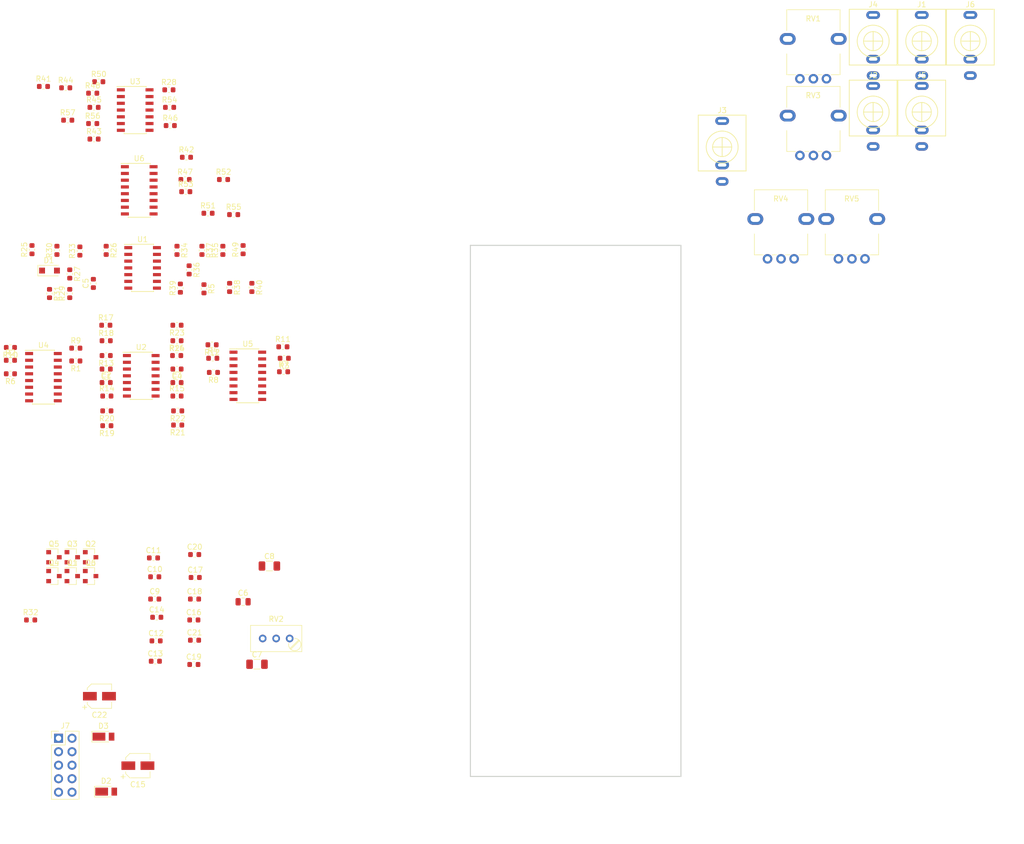
<source format=kicad_pcb>
(kicad_pcb (version 20171130) (host pcbnew "(5.0.1-3-g963ef8bb5)")
  (layers (0 F.Cu signal) (31 B.Cu signal) (34 B.Paste user) (35 F.Paste user) (36 B.SilkS user) (37 F.SilkS user) (38 B.Mask user) (39 F.Mask user) (44 Edge.Cuts user))
  (net 0 "")
  (net 1 "Net-(R46-Pad2)")
  (net 2 "Net-(R46-Pad1)")
  (net 3 +12V)
  (net 4 "Net-(R45-Pad2)")
  (net 5 "Net-(D1-Pad1)")
  (net 6 "Net-(C5-Pad1)")
  (net 7 "Net-(R28-Pad1)")
  (net 8 -12V)
  (net 9 "Net-(R56-Pad1)")
  (net 10 "Net-(R51-Pad2)")
  (net 11 "Net-(R54-Pad1)")
  (net 12 "Net-(R53-Pad2)")
  (net 13 "Net-(R47-Pad1)")
  (net 14 "Net-(R13-Pad2)")
  (net 15 "Net-(R43-Pad2)")
  (net 16 "Net-(R44-Pad1)")
  (net 17 "Net-(R34-Pad1)")
  (net 18 "Net-(R41-Pad1)")
  (net 19 "Net-(R48-Pad2)")
  (net 20 "Net-(R25-Pad1)")
  (net 21 "Net-(J1-PadT)")
  (net 22 "Net-(R42-Pad2)")
  (net 23 "Net-(R42-Pad1)")
  (net 24 "Net-(J6-PadT)")
  (net 25 "Net-(C8-Pad1)")
  (net 26 "Net-(R38-Pad1)")
  (net 27 "Net-(R39-Pad1)")
  (net 28 "Net-(C7-Pad1)")
  (net 29 "Net-(R34-Pad2)")
  (net 30 "Net-(C6-Pad1)")
  (net 31 "Net-(J3-PadT)")
  (net 32 "Net-(J2-PadT)")
  (net 33 "Net-(R32-Pad1)")
  (net 34 "Net-(R3-Pad2)")
  (net 35 "Net-(R15-Pad2)")
  (net 36 "Net-(R16-Pad2)")
  (net 37 "Net-(R15-Pad1)")
  (net 38 "Net-(C5-Pad2)")
  (net 39 "Net-(R26-Pad1)")
  (net 40 "Net-(R25-Pad2)")
  (net 41 "Net-(R1-Pad2)")
  (net 42 "Net-(R2-Pad2)")
  (net 43 "Net-(R4-Pad2)")
  (net 44 "Net-(R13-Pad1)")
  (net 45 "Net-(R14-Pad2)")
  (net 46 "Net-(R14-Pad1)")
  (net 47 "Net-(C6-Pad2)")
  (net 48 "Net-(Q4-Pad3)")
  (net 49 "Net-(R12-Pad1)")
  (net 50 "Net-(R11-Pad1)")
  (net 51 "Net-(Q3-Pad3)")
  (net 52 "Net-(Q2-Pad3)")
  (net 53 "Net-(R10-Pad1)")
  (net 54 "Net-(R9-Pad1)")
  (net 55 "Net-(Q1-Pad3)")
  (net 56 "Net-(Q5-Pad1)")
  (net 57 "Net-(D2-Pad2)")
  (net 58 "Net-(D3-Pad1)")
  (net 59 "Net-(C3-Pad1)")
  (net 60 "Net-(U5-Pad10)")
  (net 61 "Net-(U5-Pad9)")
  (net 62 "Net-(U5-Pad8)")
  (net 63 "Net-(U5-Pad7)")
  (net 64 "Net-(C4-Pad1)")
  (net 65 "Net-(U6-Pad1)")
  (net 66 "Net-(U6-Pad2)")
  (net 67 "Net-(U6-Pad5)")
  (net 68 "Net-(U6-Pad7)")
  (net 69 "Net-(U6-Pad8)")
  (net 70 "Net-(U6-Pad15)")
  (net 71 "Net-(C1-Pad1)")
  (net 72 "Net-(U4-Pad10)")
  (net 73 "Net-(U4-Pad9)")
  (net 74 "Net-(U4-Pad8)")
  (net 75 "Net-(U4-Pad7)")
  (net 76 "Net-(C2-Pad1)")
  (net 77 "Net-(U3-Pad13)")
  (net 78 GND)
  (net 79 "Net-(C7-Pad2)")
  (net 80 "Net-(C8-Pad2)")
  (net 81 "Net-(J3-PadTN)")
  (net 82 "Net-(J4-PadT)")
  (net 83 "Net-(J5-PadT)")
  (net 84 "Net-(D1-Pad2)")
  (net 85 "Net-(Q1-Pad2)")
  (module Capacitor_SMD:C_0603_1608Metric (layer F.Cu) (at 39.37 86.614 180)
    (fp_text reference C1 (at 0 -1.43 180) (layer F.SilkS))
    (fp_text value 100p)
    (pad 2 smd roundrect (at 0.7875 0 180) (size 0.875 0.95) (layers F.Cu F.Paste F.Mask) (net 78 GND))
    (pad 1 smd roundrect (at -0.7875 0 180) (size 0.875 0.95) (layers F.Cu F.Paste F.Mask) (net 71 "Net-(C1-Pad1)"))
  )
  (module Capacitor_SMD:C_0603_1608Metric (layer F.Cu) (at 39.37 89.154)
    (fp_text reference C2 (at 0 -1.43) (layer F.SilkS))
    (fp_text value 100p)
    (pad 2 smd roundrect (at 0.7875 0) (size 0.875 0.95) (layers F.Cu F.Paste F.Mask) (net 78 GND))
    (pad 1 smd roundrect (at -0.7875 0) (size 0.875 0.95) (layers F.Cu F.Paste F.Mask) (net 76 "Net-(C2-Pad1)"))
  )
  (module Capacitor_SMD:C_0603_1608Metric (layer F.Cu) (at 52.705 89.154)
    (fp_text reference C3 (at 0 -1.43) (layer F.SilkS))
    (fp_text value 100p)
    (pad 2 smd roundrect (at 0.7875 0) (size 0.875 0.95) (layers F.Cu F.Paste F.Mask) (net 78 GND))
    (pad 1 smd roundrect (at -0.7875 0) (size 0.875 0.95) (layers F.Cu F.Paste F.Mask) (net 59 "Net-(C3-Pad1)"))
  )
  (module Capacitor_SMD:C_0603_1608Metric (layer F.Cu) (at 52.705 86.614 180)
    (fp_text reference C4 (at 0 -1.43 180) (layer F.SilkS))
    (fp_text value 100p)
    (pad 2 smd roundrect (at 0.7875 0 180) (size 0.875 0.95) (layers F.Cu F.Paste F.Mask) (net 78 GND))
    (pad 1 smd roundrect (at -0.7875 0 180) (size 0.875 0.95) (layers F.Cu F.Paste F.Mask) (net 64 "Net-(C4-Pad1)"))
  )
  (module Capacitor_SMD:C_0603_1608Metric (layer F.Cu) (at 36.957 70.485 90)
    (fp_text reference C5 (at 0 -1.43 90) (layer F.SilkS))
    (fp_text value 100p)
    (pad 2 smd roundrect (at 0.7875 0 90) (size 0.875 0.95) (layers F.Cu F.Paste F.Mask) (net 38 "Net-(C5-Pad2)"))
    (pad 1 smd roundrect (at -0.7875 0 90) (size 0.875 0.95) (layers F.Cu F.Paste F.Mask) (net 6 "Net-(C5-Pad1)"))
  )
  (module Capacitor_SMD:C_0603_1608Metric (layer F.Cu) (at 48.514 129.921)
    (fp_text reference C9 (at 0 -1.43) (layer F.SilkS))
    (fp_text value 100n)
    (pad 2 smd roundrect (at 0.7875 0) (size 0.875 0.95) (layers F.Cu F.Paste F.Mask) (net 78 GND))
    (pad 1 smd roundrect (at -0.7875 0) (size 0.875 0.95) (layers F.Cu F.Paste F.Mask) (net 3 +12V))
  )
  (module Capacitor_SMD:C_0603_1608Metric (layer F.Cu) (at 48.514 125.73)
    (fp_text reference C10 (at 0 -1.43) (layer F.SilkS))
    (fp_text value 100n)
    (pad 2 smd roundrect (at 0.7875 0) (size 0.875 0.95) (layers F.Cu F.Paste F.Mask) (net 78 GND))
    (pad 1 smd roundrect (at -0.7875 0) (size 0.875 0.95) (layers F.Cu F.Paste F.Mask) (net 3 +12V))
  )
  (module Capacitor_SMD:C_0603_1608Metric (layer F.Cu) (at 48.276 122.174)
    (fp_text reference C11 (at 0 -1.43) (layer F.SilkS))
    (fp_text value 100n)
    (pad 2 smd roundrect (at 0.7875 0) (size 0.875 0.95) (layers F.Cu F.Paste F.Mask) (net 78 GND))
    (pad 1 smd roundrect (at -0.7875 0) (size 0.875 0.95) (layers F.Cu F.Paste F.Mask) (net 3 +12V))
  )
  (module Capacitor_SMD:C_0603_1608Metric (layer F.Cu) (at 48.768 137.795)
    (fp_text reference C12 (at 0 -1.43) (layer F.SilkS))
    (fp_text value 100n)
    (pad 2 smd roundrect (at 0.7875 0) (size 0.875 0.95) (layers F.Cu F.Paste F.Mask) (net 78 GND))
    (pad 1 smd roundrect (at -0.7875 0) (size 0.875 0.95) (layers F.Cu F.Paste F.Mask) (net 3 +12V))
  )
  (module Capacitor_SMD:C_0603_1608Metric (layer F.Cu) (at 48.626001 141.626001)
    (fp_text reference C13 (at 0 -1.43) (layer F.SilkS))
    (fp_text value 100n)
    (pad 2 smd roundrect (at 0.7875 0) (size 0.875 0.95) (layers F.Cu F.Paste F.Mask) (net 78 GND))
    (pad 1 smd roundrect (at -0.7875 0) (size 0.875 0.95) (layers F.Cu F.Paste F.Mask) (net 3 +12V))
  )
  (module Capacitor_SMD:C_0603_1608Metric (layer F.Cu) (at 48.895 133.35)
    (fp_text reference C14 (at 0 -1.43) (layer F.SilkS))
    (fp_text value 100n)
    (pad 2 smd roundrect (at 0.7875 0) (size 0.875 0.95) (layers F.Cu F.Paste F.Mask) (net 78 GND))
    (pad 1 smd roundrect (at -0.7875 0) (size 0.875 0.95) (layers F.Cu F.Paste F.Mask) (net 3 +12V))
  )
  (module Capacitor_SMD:C_0603_1608Metric (layer F.Cu) (at 55.88 133.858)
    (fp_text reference C16 (at 0 -1.43) (layer F.SilkS))
    (fp_text value 100n)
    (pad 2 smd roundrect (at 0.7875 0) (size 0.875 0.95) (layers F.Cu F.Paste F.Mask) (net 8 -12V))
    (pad 1 smd roundrect (at -0.7875 0) (size 0.875 0.95) (layers F.Cu F.Paste F.Mask) (net 78 GND))
  )
  (module Capacitor_SMD:C_0603_1608Metric (layer F.Cu) (at 56.134 125.857)
    (fp_text reference C17 (at 0 -1.43) (layer F.SilkS))
    (fp_text value 100n)
    (pad 2 smd roundrect (at 0.7875 0) (size 0.875 0.95) (layers F.Cu F.Paste F.Mask) (net 8 -12V))
    (pad 1 smd roundrect (at -0.7875 0) (size 0.875 0.95) (layers F.Cu F.Paste F.Mask) (net 78 GND))
  )
  (module Capacitor_SMD:C_0603_1608Metric (layer F.Cu) (at 56.007 129.921)
    (fp_text reference C18 (at 0 -1.43) (layer F.SilkS))
    (fp_text value 100n)
    (pad 2 smd roundrect (at 0.7875 0) (size 0.875 0.95) (layers F.Cu F.Paste F.Mask) (net 8 -12V))
    (pad 1 smd roundrect (at -0.7875 0) (size 0.875 0.95) (layers F.Cu F.Paste F.Mask) (net 78 GND))
  )
  (module Capacitor_SMD:C_0603_1608Metric (layer F.Cu) (at 55.88 142.24)
    (fp_text reference C19 (at 0 -1.43) (layer F.SilkS))
    (fp_text value 100n)
    (pad 2 smd roundrect (at 0.7875 0) (size 0.875 0.95) (layers F.Cu F.Paste F.Mask) (net 8 -12V))
    (pad 1 smd roundrect (at -0.7875 0) (size 0.875 0.95) (layers F.Cu F.Paste F.Mask) (net 78 GND))
  )
  (module Capacitor_SMD:C_0603_1608Metric (layer F.Cu) (at 56.0325 121.539)
    (fp_text reference C20 (at 0 -1.43) (layer F.SilkS))
    (fp_text value 100n)
    (pad 2 smd roundrect (at 0.7875 0) (size 0.875 0.95) (layers F.Cu F.Paste F.Mask) (net 8 -12V))
    (pad 1 smd roundrect (at -0.7875 0) (size 0.875 0.95) (layers F.Cu F.Paste F.Mask) (net 78 GND))
  )
  (module Capacitor_SMD:C_0603_1608Metric (layer F.Cu) (at 56.007 137.668)
    (fp_text reference C21 (at 0 -1.43) (layer F.SilkS))
    (fp_text value 100n)
    (pad 2 smd roundrect (at 0.7875 0) (size 0.875 0.95) (layers F.Cu F.Paste F.Mask) (net 8 -12V))
    (pad 1 smd roundrect (at -0.7875 0) (size 0.875 0.95) (layers F.Cu F.Paste F.Mask) (net 78 GND))
  )
  (module Capacitor_SMD:C_0805_2012Metric (layer F.Cu) (at 65.151 130.429)
    (fp_text reference C6 (at 0 -1.65) (layer F.SilkS))
    (fp_text value 100n)
    (pad 2 smd roundrect (at 0.9375 0) (size 0.975 1.4) (layers F.Cu F.Paste F.Mask) (net 47 "Net-(C6-Pad2)"))
    (pad 1 smd roundrect (at -0.9375 0) (size 0.975 1.4) (layers F.Cu F.Paste F.Mask) (net 30 "Net-(C6-Pad1)"))
  )
  (module Capacitor_SMD:C_1206_3216Metric (layer F.Cu) (at 67.769001 142.195001)
    (fp_text reference C7 (at 0 -1.82) (layer F.SilkS))
    (fp_text value 470n)
    (pad 2 smd roundrect (at 1.4 0) (size 1.25 1.75) (layers F.Cu F.Paste F.Mask) (roundrect_rratio 0.2) (net 79 "Net-(C7-Pad2)"))
    (pad 1 smd roundrect (at -1.4 0) (size 1.25 1.75) (layers F.Cu F.Paste F.Mask) (roundrect_rratio 0.2) (net 28 "Net-(C7-Pad1)"))
  )
  (module Capacitor_SMD:C_1206_3216Metric (layer F.Cu) (at 70.104 123.698)
    (fp_text reference C8 (at 0 -1.82) (layer F.SilkS))
    (fp_text value 470n)
    (pad 2 smd roundrect (at 1.4 0) (size 1.25 1.75) (layers F.Cu F.Paste F.Mask) (roundrect_rratio 0.2) (net 80 "Net-(C8-Pad2)"))
    (pad 1 smd roundrect (at -1.4 0) (size 1.25 1.75) (layers F.Cu F.Paste F.Mask) (roundrect_rratio 0.2) (net 25 "Net-(C8-Pad1)"))
  )
  (module Resistor_SMD:R_0603_1608Metric (layer F.Cu) (at 25.4 64.135 90)
    (fp_text reference R25 (at 0 -1.43 90) (layer F.SilkS))
    (fp_text value 100k)
    (pad 2 smd roundrect (at 0.7875 0 90) (size 0.875 0.95) (layers F.Cu F.Paste F.Mask) (net 40 "Net-(R25-Pad2)"))
    (pad 1 smd roundrect (at -0.7875 0 90) (size 0.875 0.95) (layers F.Cu F.Paste F.Mask) (net 20 "Net-(R25-Pad1)"))
  )
  (module Resistor_SMD:R_0603_1608Metric (layer F.Cu) (at 52.705 81.28 180)
    (fp_text reference R24 (at 0 -1.43 180) (layer F.SilkS))
    (fp_text value 100)
    (pad 2 smd roundrect (at 0.7875 0 180) (size 0.875 0.95) (layers F.Cu F.Paste F.Mask) (net 78 GND))
    (pad 1 smd roundrect (at -0.7875 0 180) (size 0.875 0.95) (layers F.Cu F.Paste F.Mask) (net 36 "Net-(R16-Pad2)"))
  )
  (module Resistor_SMD:R_0603_1608Metric (layer F.Cu) (at 52.705 78.359 180)
    (fp_text reference R23 (at 0 -1.43 180) (layer F.SilkS))
    (fp_text value 39k)
    (pad 2 smd roundrect (at 0.7875 0 180) (size 0.875 0.95) (layers F.Cu F.Paste F.Mask) (net 8 -12V))
    (pad 1 smd roundrect (at -0.7875 0 180) (size 0.875 0.95) (layers F.Cu F.Paste F.Mask) (net 36 "Net-(R16-Pad2)"))
  )
  (module Resistor_SMD:R_0603_1608Metric (layer F.Cu) (at 52.832 94.488 180)
    (fp_text reference R22 (at 0 -1.43 180) (layer F.SilkS))
    (fp_text value 100)
    (pad 2 smd roundrect (at 0.7875 0 180) (size 0.875 0.95) (layers F.Cu F.Paste F.Mask) (net 78 GND))
    (pad 1 smd roundrect (at -0.7875 0 180) (size 0.875 0.95) (layers F.Cu F.Paste F.Mask) (net 35 "Net-(R15-Pad2)"))
  )
  (module Resistor_SMD:R_0603_1608Metric (layer F.Cu) (at 52.832 97.155 180)
    (fp_text reference R21 (at 0 -1.43 180) (layer F.SilkS))
    (fp_text value 39k)
    (pad 2 smd roundrect (at 0.7875 0 180) (size 0.875 0.95) (layers F.Cu F.Paste F.Mask) (net 8 -12V))
    (pad 1 smd roundrect (at -0.7875 0 180) (size 0.875 0.95) (layers F.Cu F.Paste F.Mask) (net 35 "Net-(R15-Pad2)"))
  )
  (module Resistor_SMD:R_0603_1608Metric (layer F.Cu) (at 39.497 94.488 180)
    (fp_text reference R20 (at 0 -1.43 180) (layer F.SilkS))
    (fp_text value 100)
    (pad 2 smd roundrect (at 0.7875 0 180) (size 0.875 0.95) (layers F.Cu F.Paste F.Mask) (net 78 GND))
    (pad 1 smd roundrect (at -0.7875 0 180) (size 0.875 0.95) (layers F.Cu F.Paste F.Mask) (net 45 "Net-(R14-Pad2)"))
  )
  (module Resistor_SMD:R_0603_1608Metric (layer F.Cu) (at 39.497 97.282 180)
    (fp_text reference R19 (at 0 -1.43 180) (layer F.SilkS))
    (fp_text value 39k)
    (pad 2 smd roundrect (at 0.7875 0 180) (size 0.875 0.95) (layers F.Cu F.Paste F.Mask) (net 8 -12V))
    (pad 1 smd roundrect (at -0.7875 0 180) (size 0.875 0.95) (layers F.Cu F.Paste F.Mask) (net 45 "Net-(R14-Pad2)"))
  )
  (module Resistor_SMD:R_0603_1608Metric (layer F.Cu) (at 39.37 81.28)
    (fp_text reference R18 (at 0 -1.43) (layer F.SilkS))
    (fp_text value 100)
    (pad 2 smd roundrect (at 0.7875 0) (size 0.875 0.95) (layers F.Cu F.Paste F.Mask) (net 78 GND))
    (pad 1 smd roundrect (at -0.7875 0) (size 0.875 0.95) (layers F.Cu F.Paste F.Mask) (net 14 "Net-(R13-Pad2)"))
  )
  (module Resistor_SMD:R_0603_1608Metric (layer F.Cu) (at 39.304 78.359)
    (fp_text reference R17 (at 0 -1.43) (layer F.SilkS))
    (fp_text value 39k)
    (pad 2 smd roundrect (at 0.7875 0) (size 0.875 0.95) (layers F.Cu F.Paste F.Mask) (net 8 -12V))
    (pad 1 smd roundrect (at -0.7875 0) (size 0.875 0.95) (layers F.Cu F.Paste F.Mask) (net 14 "Net-(R13-Pad2)"))
  )
  (module Resistor_SMD:R_0603_1608Metric (layer F.Cu) (at 62.611 71.247 270)
    (fp_text reference R38 (at 0 -1.43 270) (layer F.SilkS))
    (fp_text value 100k)
    (pad 2 smd roundrect (at 0.7875 0 270) (size 0.875 0.95) (layers F.Cu F.Paste F.Mask) (net 28 "Net-(C7-Pad1)"))
    (pad 1 smd roundrect (at -0.7875 0 270) (size 0.875 0.95) (layers F.Cu F.Paste F.Mask) (net 26 "Net-(R38-Pad1)"))
  )
  (module Resistor_SMD:R_0603_1608Metric (layer F.Cu) (at 52.705 91.694)
    (fp_text reference R15 (at 0 -1.43) (layer F.SilkS))
    (fp_text value 100k)
    (pad 2 smd roundrect (at 0.7875 0) (size 0.875 0.95) (layers F.Cu F.Paste F.Mask) (net 35 "Net-(R15-Pad2)"))
    (pad 1 smd roundrect (at -0.7875 0) (size 0.875 0.95) (layers F.Cu F.Paste F.Mask) (net 37 "Net-(R15-Pad1)"))
  )
  (module Resistor_SMD:R_0603_1608Metric (layer F.Cu) (at 39.497 91.694)
    (fp_text reference R14 (at 0 -1.43) (layer F.SilkS))
    (fp_text value 100k)
    (pad 2 smd roundrect (at 0.7875 0) (size 0.875 0.95) (layers F.Cu F.Paste F.Mask) (net 45 "Net-(R14-Pad2)"))
    (pad 1 smd roundrect (at -0.7875 0) (size 0.875 0.95) (layers F.Cu F.Paste F.Mask) (net 46 "Net-(R14-Pad1)"))
  )
  (module Resistor_SMD:R_0603_1608Metric (layer F.Cu) (at 39.37 84.074 180)
    (fp_text reference R13 (at 0 -1.43 180) (layer F.SilkS))
    (fp_text value 100k)
    (pad 2 smd roundrect (at 0.7875 0 180) (size 0.875 0.95) (layers F.Cu F.Paste F.Mask) (net 14 "Net-(R13-Pad2)"))
    (pad 1 smd roundrect (at -0.7875 0 180) (size 0.875 0.95) (layers F.Cu F.Paste F.Mask) (net 44 "Net-(R13-Pad1)"))
  )
  (module Resistor_SMD:R_0603_1608Metric (layer F.Cu) (at 59.309 82.042 180)
    (fp_text reference R12 (at 0 -1.43 180) (layer F.SilkS))
    (fp_text value 10k)
    (pad 2 smd roundrect (at 0.7875 0 180) (size 0.875 0.95) (layers F.Cu F.Paste F.Mask) (net 48 "Net-(Q4-Pad3)"))
    (pad 1 smd roundrect (at -0.7875 0 180) (size 0.875 0.95) (layers F.Cu F.Paste F.Mask) (net 49 "Net-(R12-Pad1)"))
  )
  (module Resistor_SMD:R_0603_1608Metric (layer F.Cu) (at 72.644 82.423)
    (fp_text reference R11 (at 0 -1.43) (layer F.SilkS))
    (fp_text value 10k)
    (pad 2 smd roundrect (at 0.7875 0) (size 0.875 0.95) (layers F.Cu F.Paste F.Mask) (net 51 "Net-(Q3-Pad3)"))
    (pad 1 smd roundrect (at -0.7875 0) (size 0.875 0.95) (layers F.Cu F.Paste F.Mask) (net 50 "Net-(R11-Pad1)"))
  )
  (module Resistor_SMD:R_0603_1608Metric (layer F.Cu) (at 21.336 82.55 180)
    (fp_text reference R10 (at 0 -1.43 180) (layer F.SilkS))
    (fp_text value 10k)
    (pad 2 smd roundrect (at 0.7875 0 180) (size 0.875 0.95) (layers F.Cu F.Paste F.Mask) (net 52 "Net-(Q2-Pad3)"))
    (pad 1 smd roundrect (at -0.7875 0 180) (size 0.875 0.95) (layers F.Cu F.Paste F.Mask) (net 53 "Net-(R10-Pad1)"))
  )
  (module Resistor_SMD:R_0603_1608Metric (layer F.Cu) (at 33.655 82.677)
    (fp_text reference R9 (at 0 -1.43) (layer F.SilkS))
    (fp_text value 10k)
    (pad 2 smd roundrect (at 0.7875 0) (size 0.875 0.95) (layers F.Cu F.Paste F.Mask) (net 55 "Net-(Q1-Pad3)"))
    (pad 1 smd roundrect (at -0.7875 0) (size 0.875 0.95) (layers F.Cu F.Paste F.Mask) (net 54 "Net-(R9-Pad1)"))
  )
  (module Resistor_SMD:R_0603_1608Metric (layer F.Cu) (at 59.563 87.249 180)
    (fp_text reference R8 (at 0 -1.43 180) (layer F.SilkS))
    (fp_text value 100k)
    (pad 2 smd roundrect (at 0.7875 0 180) (size 0.875 0.95) (layers F.Cu F.Paste F.Mask) (net 37 "Net-(R15-Pad1)"))
    (pad 1 smd roundrect (at -0.7875 0 180) (size 0.875 0.95) (layers F.Cu F.Paste F.Mask) (net 36 "Net-(R16-Pad2)"))
  )
  (module Resistor_SMD:R_0603_1608Metric (layer F.Cu) (at 72.771 87.122)
    (fp_text reference R7 (at 0 -1.43) (layer F.SilkS))
    (fp_text value 100k)
    (pad 2 smd roundrect (at 0.7875 0) (size 0.875 0.95) (layers F.Cu F.Paste F.Mask) (net 46 "Net-(R14-Pad1)"))
    (pad 1 smd roundrect (at -0.7875 0) (size 0.875 0.95) (layers F.Cu F.Paste F.Mask) (net 35 "Net-(R15-Pad2)"))
  )
  (module Resistor_SMD:R_0603_1608Metric (layer F.Cu) (at 21.336 87.503 180)
    (fp_text reference R6 (at 0 -1.43 180) (layer F.SilkS))
    (fp_text value 100k)
    (pad 2 smd roundrect (at 0.7875 0 180) (size 0.875 0.95) (layers F.Cu F.Paste F.Mask) (net 44 "Net-(R13-Pad1)"))
    (pad 1 smd roundrect (at -0.7875 0 180) (size 0.875 0.95) (layers F.Cu F.Paste F.Mask) (net 45 "Net-(R14-Pad2)"))
  )
  (module Resistor_SMD:R_0603_1608Metric (layer F.Cu) (at 57.785 71.501 270)
    (fp_text reference R5 (at 0 -1.43 270) (layer F.SilkS))
    (fp_text value 100k)
    (pad 2 smd roundrect (at 0.7875 0 270) (size 0.875 0.95) (layers F.Cu F.Paste F.Mask) (net 27 "Net-(R39-Pad1)"))
    (pad 1 smd roundrect (at -0.7875 0 270) (size 0.875 0.95) (layers F.Cu F.Paste F.Mask) (net 14 "Net-(R13-Pad2)"))
  )
  (module Resistor_SMD:R_0603_1608Metric (layer F.Cu) (at 59.436 84.582)
    (fp_text reference R4 (at 0 -1.43) (layer F.SilkS))
    (fp_text value 20k)
    (pad 2 smd roundrect (at 0.7875 0) (size 0.875 0.95) (layers F.Cu F.Paste F.Mask) (net 43 "Net-(R4-Pad2)"))
    (pad 1 smd roundrect (at -0.7875 0) (size 0.875 0.95) (layers F.Cu F.Paste F.Mask) (net 3 +12V))
  )
  (module Resistor_SMD:R_0603_1608Metric (layer F.Cu) (at 72.898 84.582 180)
    (fp_text reference R3 (at 0 -1.43 180) (layer F.SilkS))
    (fp_text value 20k)
    (pad 2 smd roundrect (at 0.7875 0 180) (size 0.875 0.95) (layers F.Cu F.Paste F.Mask) (net 34 "Net-(R3-Pad2)"))
    (pad 1 smd roundrect (at -0.7875 0 180) (size 0.875 0.95) (layers F.Cu F.Paste F.Mask) (net 3 +12V))
  )
  (module Resistor_SMD:R_0603_1608Metric (layer F.Cu) (at 21.336 84.963)
    (fp_text reference R2 (at 0 -1.43) (layer F.SilkS))
    (fp_text value 20k)
    (pad 2 smd roundrect (at 0.7875 0) (size 0.875 0.95) (layers F.Cu F.Paste F.Mask) (net 42 "Net-(R2-Pad2)"))
    (pad 1 smd roundrect (at -0.7875 0) (size 0.875 0.95) (layers F.Cu F.Paste F.Mask) (net 3 +12V))
  )
  (module Resistor_SMD:R_0603_1608Metric (layer F.Cu) (at 33.655 85.09 180)
    (fp_text reference R1 (at 0 -1.43 180) (layer F.SilkS))
    (fp_text value 20k)
    (pad 2 smd roundrect (at 0.7875 0 180) (size 0.875 0.95) (layers F.Cu F.Paste F.Mask) (net 41 "Net-(R1-Pad2)"))
    (pad 1 smd roundrect (at -0.7875 0 180) (size 0.875 0.95) (layers F.Cu F.Paste F.Mask) (net 3 +12V))
  )
  (module Resistor_SMD:R_0603_1608Metric (layer F.Cu) (at 52.644 84.074)
    (fp_text reference R16 (at 0 -1.43) (layer F.SilkS))
    (fp_text value 100k)
    (pad 2 smd roundrect (at 0.7875 0) (size 0.875 0.95) (layers F.Cu F.Paste F.Mask) (net 36 "Net-(R16-Pad2)"))
    (pad 1 smd roundrect (at -0.7875 0) (size 0.875 0.95) (layers F.Cu F.Paste F.Mask) (net 47 "Net-(C6-Pad2)"))
  )
  (module Resistor_SMD:R_0603_1608Metric (layer F.Cu) (at 39.37 64.262 270)
    (fp_text reference R26 (at 0 -1.43 270) (layer F.SilkS))
    (fp_text value 1k6)
    (pad 2 smd roundrect (at 0.7875 0 270) (size 0.875 0.95) (layers F.Cu F.Paste F.Mask) (net 20 "Net-(R25-Pad1)"))
    (pad 1 smd roundrect (at -0.7875 0 270) (size 0.875 0.95) (layers F.Cu F.Paste F.Mask) (net 39 "Net-(R26-Pad1)"))
  )
  (module Resistor_SMD:R_0603_1608Metric (layer F.Cu) (at 32.512 68.707 270)
    (fp_text reference R27 (at 0 -1.43 270) (layer F.SilkS))
    (fp_text value 1M)
    (pad 2 smd roundrect (at 0.7875 0 270) (size 0.875 0.95) (layers F.Cu F.Paste F.Mask) (net 38 "Net-(C5-Pad2)"))
    (pad 1 smd roundrect (at -0.7875 0 270) (size 0.875 0.95) (layers F.Cu F.Paste F.Mask) (net 3 +12V))
  )
  (module Resistor_SMD:R_0603_1608Metric (layer F.Cu) (at 51.181 34.036)
    (fp_text reference R28 (at 0 -1.43) (layer F.SilkS))
    (fp_text value 75k)
    (pad 2 smd roundrect (at 0.7875 0) (size 0.875 0.95) (layers F.Cu F.Paste F.Mask) (net 8 -12V))
    (pad 1 smd roundrect (at -0.7875 0) (size 0.875 0.95) (layers F.Cu F.Paste F.Mask) (net 7 "Net-(R28-Pad1)"))
  )
  (module Resistor_SMD:R_0603_1608Metric (layer F.Cu) (at 32.512 72.39 90)
    (fp_text reference R29 (at 0 -1.43 90) (layer F.SilkS))
    (fp_text value 28k)
    (pad 2 smd roundrect (at 0.7875 0 90) (size 0.875 0.95) (layers F.Cu F.Paste F.Mask) (net 5 "Net-(D1-Pad1)"))
    (pad 1 smd roundrect (at -0.7875 0 90) (size 0.875 0.95) (layers F.Cu F.Paste F.Mask) (net 6 "Net-(C5-Pad1)"))
  )
  (module Resistor_SMD:R_0603_1608Metric (layer F.Cu) (at 30.099 64.262 90)
    (fp_text reference R30 (at 0 -1.43 90) (layer F.SilkS))
    (fp_text value 100k)
    (pad 2 smd roundrect (at 0.7875 0 90) (size 0.875 0.95) (layers F.Cu F.Paste F.Mask) (net 21 "Net-(J1-PadT)"))
    (pad 1 smd roundrect (at -0.7875 0 90) (size 0.875 0.95) (layers F.Cu F.Paste F.Mask) (net 20 "Net-(R25-Pad1)"))
  )
  (module Resistor_SMD:R_0603_1608Metric (layer F.Cu) (at 28.702 72.39 270)
    (fp_text reference R31 (at 0 -1.43 270) (layer F.SilkS))
    (fp_text value 10k)
    (pad 2 smd roundrect (at 0.7875 0 270) (size 0.875 0.95) (layers F.Cu F.Paste F.Mask) (net 6 "Net-(C5-Pad1)"))
    (pad 1 smd roundrect (at -0.7875 0 270) (size 0.875 0.95) (layers F.Cu F.Paste F.Mask) (net 56 "Net-(Q5-Pad1)"))
  )
  (module Resistor_SMD:R_0603_1608Metric (layer F.Cu) (at 25.146 133.858)
    (fp_text reference R32 (at 0 -1.43) (layer F.SilkS))
    (fp_text value 470)
    (pad 2 smd roundrect (at 0.7875 0) (size 0.875 0.95) (layers F.Cu F.Paste F.Mask) (net 78 GND))
    (pad 1 smd roundrect (at -0.7875 0) (size 0.875 0.95) (layers F.Cu F.Paste F.Mask) (net 33 "Net-(R32-Pad1)"))
  )
  (module Resistor_SMD:R_0603_1608Metric (layer F.Cu) (at 34.417 64.389 90)
    (fp_text reference R33 (at 0 -1.43 90) (layer F.SilkS))
    (fp_text value 100k)
    (pad 2 smd roundrect (at 0.7875 0 90) (size 0.875 0.95) (layers F.Cu F.Paste F.Mask) (net 32 "Net-(J2-PadT)"))
    (pad 1 smd roundrect (at -0.7875 0 90) (size 0.875 0.95) (layers F.Cu F.Paste F.Mask) (net 20 "Net-(R25-Pad1)"))
  )
  (module Resistor_SMD:R_0603_1608Metric (layer F.Cu) (at 52.705 64.262 270)
    (fp_text reference R34 (at 0 -1.43 270) (layer F.SilkS))
    (fp_text value 100k)
    (pad 2 smd roundrect (at 0.7875 0 270) (size 0.875 0.95) (layers F.Cu F.Paste F.Mask) (net 29 "Net-(R34-Pad2)"))
    (pad 1 smd roundrect (at -0.7875 0 270) (size 0.875 0.95) (layers F.Cu F.Paste F.Mask) (net 17 "Net-(R34-Pad1)"))
  )
  (module Resistor_SMD:R_0603_1608Metric (layer F.Cu) (at 61.341 64.262 90)
    (fp_text reference R35 (at 0 -1.43 90) (layer F.SilkS))
    (fp_text value 1k)
    (pad 2 smd roundrect (at 0.7875 0 90) (size 0.875 0.95) (layers F.Cu F.Paste F.Mask) (net 17 "Net-(R34-Pad1)"))
    (pad 1 smd roundrect (at -0.7875 0 90) (size 0.875 0.95) (layers F.Cu F.Paste F.Mask) (net 31 "Net-(J3-PadT)"))
  )
  (module Resistor_SMD:R_0603_1608Metric (layer F.Cu) (at 54.991 67.945 270)
    (fp_text reference R36 (at 0 -1.43 270) (layer F.SilkS))
    (fp_text value 4M7)
    (pad 2 smd roundrect (at 0.7875 0 270) (size 0.875 0.95) (layers F.Cu F.Paste F.Mask) (net 78 GND))
    (pad 1 smd roundrect (at -0.7875 0 270) (size 0.875 0.95) (layers F.Cu F.Paste F.Mask) (net 30 "Net-(C6-Pad1)"))
  )
  (module Resistor_SMD:R_0603_1608Metric (layer F.Cu) (at 57.404 64.262 270)
    (fp_text reference R37 (at 0 -1.43 270) (layer F.SilkS))
    (fp_text value 100k)
    (pad 2 smd roundrect (at 0.7875 0 270) (size 0.875 0.95) (layers F.Cu F.Paste F.Mask) (net 29 "Net-(R34-Pad2)"))
    (pad 1 smd roundrect (at -0.7875 0 270) (size 0.875 0.95) (layers F.Cu F.Paste F.Mask) (net 78 GND))
  )
  (module Resistor_SMD:R_0603_1608Metric (layer F.Cu) (at 53.34 71.374 90)
    (fp_text reference R39 (at 0 -1.43 90) (layer F.SilkS))
    (fp_text value 470k)
    (pad 2 smd roundrect (at 0.7875 0 90) (size 0.875 0.95) (layers F.Cu F.Paste F.Mask) (net 26 "Net-(R38-Pad1)"))
    (pad 1 smd roundrect (at -0.7875 0 90) (size 0.875 0.95) (layers F.Cu F.Paste F.Mask) (net 27 "Net-(R39-Pad1)"))
  )
  (module Resistor_SMD:R_0603_1608Metric (layer F.Cu) (at 66.802 71.247 270)
    (fp_text reference R40 (at 0 -1.43 270) (layer F.SilkS))
    (fp_text value 100k)
    (pad 2 smd roundrect (at 0.7875 0 270) (size 0.875 0.95) (layers F.Cu F.Paste F.Mask) (net 25 "Net-(C8-Pad1)"))
    (pad 1 smd roundrect (at -0.7875 0 270) (size 0.875 0.95) (layers F.Cu F.Paste F.Mask) (net 26 "Net-(R38-Pad1)"))
  )
  (module Resistor_SMD:R_0603_1608Metric (layer F.Cu) (at 27.559 33.401)
    (fp_text reference R41 (at 0 -1.43) (layer F.SilkS))
    (fp_text value 100k)
    (pad 2 smd roundrect (at 0.7875 0) (size 0.875 0.95) (layers F.Cu F.Paste F.Mask) (net 24 "Net-(J6-PadT)"))
    (pad 1 smd roundrect (at -0.7875 0) (size 0.875 0.95) (layers F.Cu F.Paste F.Mask) (net 18 "Net-(R41-Pad1)"))
  )
  (module Resistor_SMD:R_0603_1608Metric (layer F.Cu) (at 54.483 46.736)
    (fp_text reference R42 (at 0 -1.43) (layer F.SilkS))
    (fp_text value 30k)
    (pad 2 smd roundrect (at 0.7875 0) (size 0.875 0.95) (layers F.Cu F.Paste F.Mask) (net 22 "Net-(R42-Pad2)"))
    (pad 1 smd roundrect (at -0.7875 0) (size 0.875 0.95) (layers F.Cu F.Paste F.Mask) (net 23 "Net-(R42-Pad1)"))
  )
  (module Resistor_SMD:R_0603_1608Metric (layer F.Cu) (at 37.084 43.307)
    (fp_text reference R43 (at 0 -1.43) (layer F.SilkS))
    (fp_text value 100k)
    (pad 2 smd roundrect (at 0.7875 0) (size 0.875 0.95) (layers F.Cu F.Paste F.Mask) (net 15 "Net-(R43-Pad2)"))
    (pad 1 smd roundrect (at -0.7875 0) (size 0.875 0.95) (layers F.Cu F.Paste F.Mask) (net 22 "Net-(R42-Pad2)"))
  )
  (module Resistor_SMD:R_0603_1608Metric (layer F.Cu) (at 31.75 33.655)
    (fp_text reference R44 (at 0 -1.43) (layer F.SilkS))
    (fp_text value 120k)
    (pad 2 smd roundrect (at 0.7875 0) (size 0.875 0.95) (layers F.Cu F.Paste F.Mask) (net 18 "Net-(R41-Pad1)"))
    (pad 1 smd roundrect (at -0.7875 0) (size 0.875 0.95) (layers F.Cu F.Paste F.Mask) (net 16 "Net-(R44-Pad1)"))
  )
  (module Resistor_SMD:R_0603_1608Metric (layer F.Cu) (at 37.084 37.338)
    (fp_text reference R45 (at 0 -1.43) (layer F.SilkS))
    (fp_text value 47k)
    (pad 2 smd roundrect (at 0.7875 0) (size 0.875 0.95) (layers F.Cu F.Paste F.Mask) (net 4 "Net-(R45-Pad2)"))
    (pad 1 smd roundrect (at -0.7875 0) (size 0.875 0.95) (layers F.Cu F.Paste F.Mask) (net 3 +12V))
  )
  (module Resistor_SMD:R_0603_1608Metric (layer F.Cu) (at 51.435 40.767)
    (fp_text reference R46 (at 0 -1.43) (layer F.SilkS))
    (fp_text value 120k)
    (pad 2 smd roundrect (at 0.7875 0) (size 0.875 0.95) (layers F.Cu F.Paste F.Mask) (net 1 "Net-(R46-Pad2)"))
    (pad 1 smd roundrect (at -0.7875 0) (size 0.875 0.95) (layers F.Cu F.Paste F.Mask) (net 2 "Net-(R46-Pad1)"))
  )
  (module Resistor_SMD:R_0603_1608Metric (layer F.Cu) (at 54.229 50.927)
    (fp_text reference R47 (at 0 -1.43) (layer F.SilkS))
    (fp_text value 200k)
    (pad 2 smd roundrect (at 0.7875 0) (size 0.875 0.95) (layers F.Cu F.Paste F.Mask) (net 2 "Net-(R46-Pad1)"))
    (pad 1 smd roundrect (at -0.7875 0) (size 0.875 0.95) (layers F.Cu F.Paste F.Mask) (net 13 "Net-(R47-Pad1)"))
  )
  (module Resistor_SMD:R_0603_1608Metric (layer F.Cu) (at 36.83 34.671)
    (fp_text reference R48 (at 0 -1.43) (layer F.SilkS))
    (fp_text value 100k)
    (pad 2 smd roundrect (at 0.7875 0) (size 0.875 0.95) (layers F.Cu F.Paste F.Mask) (net 19 "Net-(R48-Pad2)"))
    (pad 1 smd roundrect (at -0.7875 0) (size 0.875 0.95) (layers F.Cu F.Paste F.Mask) (net 18 "Net-(R41-Pad1)"))
  )
  (module Resistor_SMD:R_0603_1608Metric (layer F.Cu) (at 65.151 64.135 90)
    (fp_text reference R49 (at 0 -1.43 90) (layer F.SilkS))
    (fp_text value 30k)
    (pad 2 smd roundrect (at 0.7875 0 90) (size 0.875 0.95) (layers F.Cu F.Paste F.Mask) (net 17 "Net-(R34-Pad1)"))
    (pad 1 smd roundrect (at -0.7875 0 90) (size 0.875 0.95) (layers F.Cu F.Paste F.Mask) (net 1 "Net-(R46-Pad2)"))
  )
  (module Resistor_SMD:R_0603_1608Metric (layer F.Cu) (at 37.973 32.512)
    (fp_text reference R50 (at 0 -1.43) (layer F.SilkS))
    (fp_text value 100k)
    (pad 2 smd roundrect (at 0.7875 0) (size 0.875 0.95) (layers F.Cu F.Paste F.Mask) (net 16 "Net-(R44-Pad1)"))
    (pad 1 smd roundrect (at -0.7875 0) (size 0.875 0.95) (layers F.Cu F.Paste F.Mask) (net 15 "Net-(R43-Pad2)"))
  )
  (module Resistor_SMD:R_0603_1608Metric (layer F.Cu) (at 58.547 57.277)
    (fp_text reference R51 (at 0 -1.43) (layer F.SilkS))
    (fp_text value 150k)
    (pad 2 smd roundrect (at 0.7875 0) (size 0.875 0.95) (layers F.Cu F.Paste F.Mask) (net 10 "Net-(R51-Pad2)"))
    (pad 1 smd roundrect (at -0.7875 0) (size 0.875 0.95) (layers F.Cu F.Paste F.Mask) (net 14 "Net-(R13-Pad2)"))
  )
  (module Resistor_SMD:R_0603_1608Metric (layer F.Cu) (at 61.468 50.927)
    (fp_text reference R52 (at 0 -1.43) (layer F.SilkS))
    (fp_text value 1k)
    (pad 2 smd roundrect (at 0.7875 0) (size 0.875 0.95) (layers F.Cu F.Paste F.Mask) (net 78 GND))
    (pad 1 smd roundrect (at -0.7875 0) (size 0.875 0.95) (layers F.Cu F.Paste F.Mask) (net 13 "Net-(R47-Pad1)"))
  )
  (module Resistor_SMD:R_0603_1608Metric (layer F.Cu) (at 54.356 53.213)
    (fp_text reference R53 (at 0 -1.43) (layer F.SilkS))
    (fp_text value 30k)
    (pad 2 smd roundrect (at 0.7875 0) (size 0.875 0.95) (layers F.Cu F.Paste F.Mask) (net 12 "Net-(R53-Pad2)"))
    (pad 1 smd roundrect (at -0.7875 0) (size 0.875 0.95) (layers F.Cu F.Paste F.Mask) (net 78 GND))
  )
  (module Resistor_SMD:R_0603_1608Metric (layer F.Cu) (at 51.308 37.338)
    (fp_text reference R54 (at 0 -1.43) (layer F.SilkS))
    (fp_text value 47k)
    (pad 2 smd roundrect (at 0.7875 0) (size 0.875 0.95) (layers F.Cu F.Paste F.Mask) (net 8 -12V))
    (pad 1 smd roundrect (at -0.7875 0) (size 0.875 0.95) (layers F.Cu F.Paste F.Mask) (net 11 "Net-(R54-Pad1)"))
  )
  (module Resistor_SMD:R_0603_1608Metric (layer F.Cu) (at 63.373 57.531)
    (fp_text reference R55 (at 0 -1.43) (layer F.SilkS))
    (fp_text value R)
    (pad 2 smd roundrect (at 0.7875 0) (size 0.875 0.95) (layers F.Cu F.Paste F.Mask) (net 78 GND))
    (pad 1 smd roundrect (at -0.7875 0) (size 0.875 0.95) (layers F.Cu F.Paste F.Mask) (net 10 "Net-(R51-Pad2)"))
  )
  (module Resistor_SMD:R_0603_1608Metric (layer F.Cu) (at 36.83 40.386)
    (fp_text reference R56 (at 0 -1.43) (layer F.SilkS))
    (fp_text value 30k)
    (pad 2 smd roundrect (at 0.7875 0) (size 0.875 0.95) (layers F.Cu F.Paste F.Mask) (net 78 GND))
    (pad 1 smd roundrect (at -0.7875 0) (size 0.875 0.95) (layers F.Cu F.Paste F.Mask) (net 9 "Net-(R56-Pad1)"))
  )
  (module Resistor_SMD:R_0603_1608Metric (layer F.Cu) (at 32.131 39.751)
    (fp_text reference R57 (at 0 -1.43) (layer F.SilkS))
    (fp_text value 100k)
    (pad 2 smd roundrect (at 0.7875 0) (size 0.875 0.95) (layers F.Cu F.Paste F.Mask) (net 8 -12V))
    (pad 1 smd roundrect (at -0.7875 0) (size 0.875 0.95) (layers F.Cu F.Paste F.Mask) (net 9 "Net-(R56-Pad1)"))
  )
  (module Local:AlpsRK09K (layer F.Cu) (at 179.751001 58.360001)
    (fp_text reference RV5 (at 0 -3.81 180) (layer F.SilkS))
    (fp_text value 100k)
    (pad "" np_thru_hole oval (at 4.8 0) (size 3 2.2) (drill oval 1.8 1.1) (layers *.Cu *.Mask))
    (pad 3 thru_hole circle (at -2.5 7.50001 90) (size 1.8 1.8) (drill 1) (layers *.Cu *.Mask) (net 78 GND))
    (pad 2 thru_hole circle (at 0.04 7.50001 90) (size 1.8 1.8) (drill 1) (layers *.Cu *.Mask) (net 80 "Net-(C8-Pad2)"))
    (pad 1 thru_hole circle (at 2.5 7.50001 90) (size 1.8 1.8) (drill 1) (layers *.Cu *.Mask) (net 83 "Net-(J5-PadT)"))
    (pad "" np_thru_hole oval (at -4.8 0) (size 3 2.2) (drill oval 1.8 1.1) (layers *.Cu *.Mask))
  )
  (module Local:AlpsRK09K (layer F.Cu) (at 166.401001 58.360001)
    (fp_text reference RV4 (at 0 -3.81 180) (layer F.SilkS))
    (fp_text value 100k)
    (pad "" np_thru_hole oval (at 4.8 0) (size 3 2.2) (drill oval 1.8 1.1) (layers *.Cu *.Mask))
    (pad 3 thru_hole circle (at -2.5 7.50001 90) (size 1.8 1.8) (drill 1) (layers *.Cu *.Mask) (net 78 GND))
    (pad 2 thru_hole circle (at 0.04 7.50001 90) (size 1.8 1.8) (drill 1) (layers *.Cu *.Mask) (net 79 "Net-(C7-Pad2)"))
    (pad 1 thru_hole circle (at 2.5 7.50001 90) (size 1.8 1.8) (drill 1) (layers *.Cu *.Mask) (net 82 "Net-(J4-PadT)"))
    (pad "" np_thru_hole oval (at -4.8 0) (size 3 2.2) (drill oval 1.8 1.1) (layers *.Cu *.Mask))
  )
  (module Local:AlpsRK09K (layer F.Cu) (at 172.497001 38.901001)
    (fp_text reference RV3 (at 0 -3.81 180) (layer F.SilkS))
    (fp_text value 100k)
    (pad "" np_thru_hole oval (at 4.8 0) (size 3 2.2) (drill oval 1.8 1.1) (layers *.Cu *.Mask))
    (pad 3 thru_hole circle (at -2.5 7.50001 90) (size 1.8 1.8) (drill 1) (layers *.Cu *.Mask) (net 11 "Net-(R54-Pad1)"))
    (pad 2 thru_hole circle (at 0.04 7.50001 90) (size 1.8 1.8) (drill 1) (layers *.Cu *.Mask) (net 19 "Net-(R48-Pad2)"))
    (pad 1 thru_hole circle (at 2.5 7.50001 90) (size 1.8 1.8) (drill 1) (layers *.Cu *.Mask) (net 4 "Net-(R45-Pad2)"))
    (pad "" np_thru_hole oval (at -4.8 0) (size 3 2.2) (drill oval 1.8 1.1) (layers *.Cu *.Mask))
  )
  (module Local:AlpsRK09K (layer F.Cu) (at 172.497001 24.451001)
    (fp_text reference RV1 (at 0 -3.81 180) (layer F.SilkS))
    (fp_text value 100k)
    (pad "" np_thru_hole oval (at 4.8 0) (size 3 2.2) (drill oval 1.8 1.1) (layers *.Cu *.Mask))
    (pad 3 thru_hole circle (at -2.5 7.50001 90) (size 1.8 1.8) (drill 1) (layers *.Cu *.Mask) (net 7 "Net-(R28-Pad1)"))
    (pad 2 thru_hole circle (at 0.04 7.50001 90) (size 1.8 1.8) (drill 1) (layers *.Cu *.Mask) (net 40 "Net-(R25-Pad2)"))
    (pad 1 thru_hole circle (at 2.5 7.50001 90) (size 1.8 1.8) (drill 1) (layers *.Cu *.Mask) (net 3 +12V))
    (pad "" np_thru_hole oval (at -4.8 0) (size 3 2.2) (drill oval 1.8 1.1) (layers *.Cu *.Mask))
  )
  (module Local:PJ398SM (layer F.Cu) (at 155.357001 44.810001)
    (fp_text reference J3 (at 0 -6.9) (layer F.SilkS))
    (fp_text value AudioJack2_Ground_Switch)
    (pad T thru_hole oval (at 0 -4.92) (size 2.6 1.5) (drill oval 1.6 0.5) (layers *.Cu *.Mask) (net 31 "Net-(J3-PadT)"))
    (pad S thru_hole oval (at 0 6.48) (size 2.4 1.6) (drill oval 1.4 0.6) (layers *.Cu *.Mask) (net 78 GND))
    (pad TN thru_hole oval (at 0 3.38) (size 2.6 1.6) (drill oval 1.6 0.6) (layers *.Cu *.Mask) (net 81 "Net-(J3-PadTN)"))
  )
  (module Local:PJ398SM (layer F.Cu) (at 202.087001 24.871001)
    (fp_text reference J6 (at 0 -6.9) (layer F.SilkS))
    (fp_text value AudioJack2_Ground_Switch)
    (pad T thru_hole oval (at 0 -4.92) (size 2.6 1.5) (drill oval 1.6 0.5) (layers *.Cu *.Mask) (net 24 "Net-(J6-PadT)"))
    (pad S thru_hole oval (at 0 6.48) (size 2.4 1.6) (drill oval 1.4 0.6) (layers *.Cu *.Mask) (net 78 GND))
    (pad TN thru_hole oval (at 0 3.38) (size 2.6 1.6) (drill oval 1.6 0.6) (layers *.Cu *.Mask) (net 78 GND))
  )
  (module Local:PJ398SM (layer F.Cu) (at 192.937001 38.221001)
    (fp_text reference J5 (at 0 -6.9) (layer F.SilkS))
    (fp_text value AudioJack2_Ground_Switch)
    (pad T thru_hole oval (at 0 -4.92) (size 2.6 1.5) (drill oval 1.6 0.5) (layers *.Cu *.Mask) (net 83 "Net-(J5-PadT)"))
    (pad S thru_hole oval (at 0 6.48) (size 2.4 1.6) (drill oval 1.4 0.6) (layers *.Cu *.Mask) (net 78 GND))
    (pad TN thru_hole oval (at 0 3.38) (size 2.6 1.6) (drill oval 1.6 0.6) (layers *.Cu *.Mask) (net 78 GND))
  )
  (module Local:PJ398SM (layer F.Cu) (at 183.787001 38.221001)
    (fp_text reference J2 (at 0 -6.9) (layer F.SilkS))
    (fp_text value AudioJack2_Ground_Switch)
    (pad T thru_hole oval (at 0 -4.92) (size 2.6 1.5) (drill oval 1.6 0.5) (layers *.Cu *.Mask) (net 32 "Net-(J2-PadT)"))
    (pad S thru_hole oval (at 0 6.48) (size 2.4 1.6) (drill oval 1.4 0.6) (layers *.Cu *.Mask) (net 78 GND))
    (pad TN thru_hole oval (at 0 3.38) (size 2.6 1.6) (drill oval 1.6 0.6) (layers *.Cu *.Mask) (net 78 GND))
  )
  (module Local:PJ398SM (layer F.Cu) (at 192.937001 24.871001)
    (fp_text reference J1 (at 0 -6.9) (layer F.SilkS))
    (fp_text value AudioJack2_Ground_Switch)
    (pad T thru_hole oval (at 0 -4.92) (size 2.6 1.5) (drill oval 1.6 0.5) (layers *.Cu *.Mask) (net 21 "Net-(J1-PadT)"))
    (pad S thru_hole oval (at 0 6.48) (size 2.4 1.6) (drill oval 1.4 0.6) (layers *.Cu *.Mask) (net 78 GND))
    (pad TN thru_hole oval (at 0 3.38) (size 2.6 1.6) (drill oval 1.6 0.6) (layers *.Cu *.Mask) (net 78 GND))
  )
  (module Local:PJ398SM (layer F.Cu) (at 183.787001 24.871001)
    (fp_text reference J4 (at 0 -6.9) (layer F.SilkS))
    (fp_text value AudioJack2_Ground_Switch)
    (pad T thru_hole oval (at 0 -4.92) (size 2.6 1.5) (drill oval 1.6 0.5) (layers *.Cu *.Mask) (net 82 "Net-(J4-PadT)"))
    (pad S thru_hole oval (at 0 6.48) (size 2.4 1.6) (drill oval 1.4 0.6) (layers *.Cu *.Mask) (net 78 GND))
    (pad TN thru_hole oval (at 0 3.38) (size 2.6 1.6) (drill oval 1.6 0.6) (layers *.Cu *.Mask) (net 78 GND))
  )
  (module Diodes_SMD:D_SOD-123F (layer F.Cu) (at 28.702 68.072)
    (fp_text reference D1 (at -0.127 -1.905) (layer F.SilkS))
    (fp_text value 1N4148)
    (pad 2 smd rect (at 1.4 0) (size 1.1 1.1) (layers F.Cu F.Paste F.Mask) (net 84 "Net-(D1-Pad2)"))
    (pad 1 smd rect (at -1.4 0) (size 1.1 1.1) (layers F.Cu F.Paste F.Mask) (net 5 "Net-(D1-Pad1)"))
  )
  (module TO_SOT_Packages_SMD:SOT-23 (layer F.Cu) (at 36.438001 125.594001)
    (fp_text reference Q6 (at 0 -2.5) (layer F.SilkS))
    (fp_text value BC847)
    (pad 1 smd rect (at -1 -0.95) (size 0.9 0.8) (layers F.Cu F.Paste F.Mask) (net 56 "Net-(Q5-Pad1)"))
    (pad 2 smd rect (at -1 0.95) (size 0.9 0.8) (layers F.Cu F.Paste F.Mask) (net 78 GND))
    (pad 3 smd rect (at 1 0) (size 0.9 0.8) (layers F.Cu F.Paste F.Mask) (net 85 "Net-(Q1-Pad2)"))
  )
  (module TO_SOT_Packages_SMD:SOT-23 (layer F.Cu) (at 32.988001 125.594001)
    (fp_text reference Q1 (at 0 -2.5) (layer F.SilkS))
    (fp_text value BC857)
    (pad 3 smd rect (at 1 0) (size 0.9 0.8) (layers F.Cu F.Paste F.Mask) (net 55 "Net-(Q1-Pad3)"))
    (pad 2 smd rect (at -1 0.95) (size 0.9 0.8) (layers F.Cu F.Paste F.Mask) (net 85 "Net-(Q1-Pad2)"))
    (pad 1 smd rect (at -1 -0.95) (size 0.9 0.8) (layers F.Cu F.Paste F.Mask) (net 78 GND))
  )
  (module TO_SOT_Packages_SMD:SOT-23 (layer F.Cu) (at 36.438001 122.044001)
    (fp_text reference Q2 (at 0 -2.5) (layer F.SilkS))
    (fp_text value BC857)
    (pad 1 smd rect (at -1 -0.95) (size 0.9 0.8) (layers F.Cu F.Paste F.Mask) (net 78 GND))
    (pad 2 smd rect (at -1 0.95) (size 0.9 0.8) (layers F.Cu F.Paste F.Mask) (net 85 "Net-(Q1-Pad2)"))
    (pad 3 smd rect (at 1 0) (size 0.9 0.8) (layers F.Cu F.Paste F.Mask) (net 52 "Net-(Q2-Pad3)"))
  )
  (module TO_SOT_Packages_SMD:SOT-23 (layer F.Cu) (at 32.988001 122.044001)
    (fp_text reference Q3 (at 0 -2.5) (layer F.SilkS))
    (fp_text value BC857)
    (pad 3 smd rect (at 1 0) (size 0.9 0.8) (layers F.Cu F.Paste F.Mask) (net 51 "Net-(Q3-Pad3)"))
    (pad 2 smd rect (at -1 0.95) (size 0.9 0.8) (layers F.Cu F.Paste F.Mask) (net 85 "Net-(Q1-Pad2)"))
    (pad 1 smd rect (at -1 -0.95) (size 0.9 0.8) (layers F.Cu F.Paste F.Mask) (net 78 GND))
  )
  (module TO_SOT_Packages_SMD:SOT-23 (layer F.Cu) (at 29.538001 125.594001)
    (fp_text reference Q4 (at 0 -2.5) (layer F.SilkS))
    (fp_text value BC857)
    (pad 1 smd rect (at -1 -0.95) (size 0.9 0.8) (layers F.Cu F.Paste F.Mask) (net 78 GND))
    (pad 2 smd rect (at -1 0.95) (size 0.9 0.8) (layers F.Cu F.Paste F.Mask) (net 85 "Net-(Q1-Pad2)"))
    (pad 3 smd rect (at 1 0) (size 0.9 0.8) (layers F.Cu F.Paste F.Mask) (net 48 "Net-(Q4-Pad3)"))
  )
  (module TO_SOT_Packages_SMD:SOT-23 (layer F.Cu) (at 29.538001 122.044001)
    (fp_text reference Q5 (at 0 -2.5) (layer F.SilkS))
    (fp_text value BC847)
    (pad 3 smd rect (at 1 0) (size 0.9 0.8) (layers F.Cu F.Paste F.Mask) (net 38 "Net-(C5-Pad2)"))
    (pad 2 smd rect (at -1 0.95) (size 0.9 0.8) (layers F.Cu F.Paste F.Mask) (net 84 "Net-(D1-Pad2)"))
    (pad 1 smd rect (at -1 -0.95) (size 0.9 0.8) (layers F.Cu F.Paste F.Mask) (net 56 "Net-(Q5-Pad1)"))
  )
  (module Potentiometers:Potentiometer_Trimmer_Bourns_3296W (layer F.Cu) (at 73.919001 137.345001)
    (fp_text reference RV2 (at -2.54 -3.66) (layer F.SilkS))
    (fp_text value 100)
    (pad 3 thru_hole circle (at -5.08 0) (size 1.44 1.44) (drill 0.8) (layers *.Cu *.Mask) (net 33 "Net-(R32-Pad1)"))
    (pad 2 thru_hole circle (at -2.54 0) (size 1.44 1.44) (drill 0.8) (layers *.Cu *.Mask) (net 84 "Net-(D1-Pad2)"))
    (pad 1 thru_hole circle (at 0 0) (size 1.44 1.44) (drill 0.8) (layers *.Cu *.Mask) (net 39 "Net-(R26-Pad1)"))
  )
  (module Capacitors_SMD:CP_Elec_4x5.8 (layer F.Cu) (at 38.1 148.209)
    (fp_text reference C22 (at 0 3.54) (layer F.SilkS))
    (fp_text value 10u)
    (fp_text user + (at -2.78 2.01) (layer F.SilkS))
    (pad 1 smd rect (at -1.8 0 180) (size 2.6 1.6) (layers F.Cu F.Paste F.Mask) (net 78 GND))
    (pad 2 smd rect (at 1.8 0 180) (size 2.6 1.6) (layers F.Cu F.Paste F.Mask) (net 8 -12V))
  )
  (module Capacitors_SMD:CP_Elec_4x5.8 (layer F.Cu) (at 45.339 161.29)
    (fp_text reference C15 (at 0 3.54) (layer F.SilkS))
    (fp_text value 10u)
    (fp_text user + (at -2.78 2.01) (layer F.SilkS))
    (pad 1 smd rect (at -1.8 0 180) (size 2.6 1.6) (layers F.Cu F.Paste F.Mask) (net 3 +12V))
    (pad 2 smd rect (at 1.8 0 180) (size 2.6 1.6) (layers F.Cu F.Paste F.Mask) (net 78 GND))
  )
  (module Diodes_SMD:D_PowerDI-123 (layer F.Cu) (at 39.37 166.180001)
    (fp_text reference D2 (at 0 -2) (layer F.SilkS))
    (fp_text value DFLR1400-7)
    (pad 1 smd rect (at -0.85 0 180) (size 2.4 1.5) (layers F.Cu F.Paste F.Mask) (net 3 +12V))
    (pad 2 smd rect (at 1.525 0 180) (size 1.05 1.5) (layers F.Cu F.Paste F.Mask) (net 57 "Net-(D2-Pad2)"))
  )
  (module Diodes_SMD:D_PowerDI-123 (layer F.Cu) (at 38.862 155.829)
    (fp_text reference D3 (at 0 -2) (layer F.SilkS))
    (fp_text value DFLR1400-7)
    (pad 1 smd rect (at -0.85 0 180) (size 2.4 1.5) (layers F.Cu F.Paste F.Mask) (net 58 "Net-(D3-Pad1)"))
    (pad 2 smd rect (at 1.525 0 180) (size 1.05 1.5) (layers F.Cu F.Paste F.Mask) (net 8 -12V))
  )
  (module Housings_SOIC:SOIC-14_3.9x8.7mm_Pitch1.27mm (layer F.Cu) (at 46.228 67.564)
    (fp_text reference U1 (at 0 -5.375) (layer F.SilkS))
    (fp_text value TL074)
    (pad 1 smd rect (at -2.7 -3.81) (size 1.5 0.6) (layers F.Cu F.Paste F.Mask) (net 39 "Net-(R26-Pad1)"))
    (pad 2 smd rect (at -2.7 -2.54) (size 1.5 0.6) (layers F.Cu F.Paste F.Mask) (net 20 "Net-(R25-Pad1)"))
    (pad 3 smd rect (at -2.7 -1.27) (size 1.5 0.6) (layers F.Cu F.Paste F.Mask) (net 78 GND))
    (pad 4 smd rect (at -2.7 0) (size 1.5 0.6) (layers F.Cu F.Paste F.Mask) (net 3 +12V))
    (pad 5 smd rect (at -2.7 1.27) (size 1.5 0.6) (layers F.Cu F.Paste F.Mask) (net 78 GND))
    (pad 6 smd rect (at -2.7 2.54) (size 1.5 0.6) (layers F.Cu F.Paste F.Mask) (net 38 "Net-(C5-Pad2)"))
    (pad 7 smd rect (at -2.7 3.81) (size 1.5 0.6) (layers F.Cu F.Paste F.Mask) (net 6 "Net-(C5-Pad1)"))
    (pad 8 smd rect (at 2.7 3.81) (size 1.5 0.6) (layers F.Cu F.Paste F.Mask) (net 27 "Net-(R39-Pad1)"))
    (pad 9 smd rect (at 2.7 2.54) (size 1.5 0.6) (layers F.Cu F.Paste F.Mask) (net 26 "Net-(R38-Pad1)"))
    (pad 10 smd rect (at 2.7 1.27) (size 1.5 0.6) (layers F.Cu F.Paste F.Mask) (net 78 GND))
    (pad 11 smd rect (at 2.7 0) (size 1.5 0.6) (layers F.Cu F.Paste F.Mask) (net 8 -12V))
    (pad 12 smd rect (at 2.7 -1.27) (size 1.5 0.6) (layers F.Cu F.Paste F.Mask) (net 30 "Net-(C6-Pad1)"))
    (pad 13 smd rect (at 2.7 -2.54) (size 1.5 0.6) (layers F.Cu F.Paste F.Mask) (net 29 "Net-(R34-Pad2)"))
    (pad 14 smd rect (at 2.7 -3.81) (size 1.5 0.6) (layers F.Cu F.Paste F.Mask) (net 17 "Net-(R34-Pad1)"))
  )
  (module Housings_SOIC:SOIC-14_3.9x8.7mm_Pitch1.27mm (layer F.Cu) (at 45.974 87.884)
    (fp_text reference U2 (at 0 -5.375) (layer F.SilkS))
    (fp_text value TL074)
    (pad 1 smd rect (at -2.7 -3.81) (size 1.5 0.6) (layers F.Cu F.Paste F.Mask) (net 44 "Net-(R13-Pad1)"))
    (pad 2 smd rect (at -2.7 -2.54) (size 1.5 0.6) (layers F.Cu F.Paste F.Mask) (net 44 "Net-(R13-Pad1)"))
    (pad 3 smd rect (at -2.7 -1.27) (size 1.5 0.6) (layers F.Cu F.Paste F.Mask) (net 71 "Net-(C1-Pad1)"))
    (pad 4 smd rect (at -2.7 0) (size 1.5 0.6) (layers F.Cu F.Paste F.Mask) (net 3 +12V))
    (pad 5 smd rect (at -2.7 1.27) (size 1.5 0.6) (layers F.Cu F.Paste F.Mask) (net 76 "Net-(C2-Pad1)"))
    (pad 6 smd rect (at -2.7 2.54) (size 1.5 0.6) (layers F.Cu F.Paste F.Mask) (net 46 "Net-(R14-Pad1)"))
    (pad 7 smd rect (at -2.7 3.81) (size 1.5 0.6) (layers F.Cu F.Paste F.Mask) (net 46 "Net-(R14-Pad1)"))
    (pad 8 smd rect (at 2.7 3.81) (size 1.5 0.6) (layers F.Cu F.Paste F.Mask) (net 37 "Net-(R15-Pad1)"))
    (pad 9 smd rect (at 2.7 2.54) (size 1.5 0.6) (layers F.Cu F.Paste F.Mask) (net 37 "Net-(R15-Pad1)"))
    (pad 10 smd rect (at 2.7 1.27) (size 1.5 0.6) (layers F.Cu F.Paste F.Mask) (net 59 "Net-(C3-Pad1)"))
    (pad 11 smd rect (at 2.7 0) (size 1.5 0.6) (layers F.Cu F.Paste F.Mask) (net 8 -12V))
    (pad 12 smd rect (at 2.7 -1.27) (size 1.5 0.6) (layers F.Cu F.Paste F.Mask) (net 64 "Net-(C4-Pad1)"))
    (pad 13 smd rect (at 2.7 -2.54) (size 1.5 0.6) (layers F.Cu F.Paste F.Mask) (net 47 "Net-(C6-Pad2)"))
    (pad 14 smd rect (at 2.7 -3.81) (size 1.5 0.6) (layers F.Cu F.Paste F.Mask) (net 47 "Net-(C6-Pad2)"))
  )
  (module Housings_SOIC:SOIC-14_3.9x8.7mm_Pitch1.27mm (layer F.Cu) (at 44.831 37.846)
    (fp_text reference U3 (at 0 -5.375) (layer F.SilkS))
    (fp_text value TL074)
    (pad 1 smd rect (at -2.7 -3.81) (size 1.5 0.6) (layers F.Cu F.Paste F.Mask) (net 16 "Net-(R44-Pad1)"))
    (pad 2 smd rect (at -2.7 -2.54) (size 1.5 0.6) (layers F.Cu F.Paste F.Mask) (net 18 "Net-(R41-Pad1)"))
    (pad 3 smd rect (at -2.7 -1.27) (size 1.5 0.6) (layers F.Cu F.Paste F.Mask) (net 78 GND))
    (pad 4 smd rect (at -2.7 0) (size 1.5 0.6) (layers F.Cu F.Paste F.Mask) (net 3 +12V))
    (pad 5 smd rect (at -2.7 1.27) (size 1.5 0.6) (layers F.Cu F.Paste F.Mask) (net 9 "Net-(R56-Pad1)"))
    (pad 6 smd rect (at -2.7 2.54) (size 1.5 0.6) (layers F.Cu F.Paste F.Mask) (net 15 "Net-(R43-Pad2)"))
    (pad 7 smd rect (at -2.7 3.81) (size 1.5 0.6) (layers F.Cu F.Paste F.Mask) (net 22 "Net-(R42-Pad2)"))
    (pad 8 smd rect (at 2.7 3.81) (size 1.5 0.6) (layers F.Cu F.Paste F.Mask) (net 2 "Net-(R46-Pad1)"))
    (pad 9 smd rect (at 2.7 2.54) (size 1.5 0.6) (layers F.Cu F.Paste F.Mask) (net 1 "Net-(R46-Pad2)"))
    (pad 10 smd rect (at 2.7 1.27) (size 1.5 0.6) (layers F.Cu F.Paste F.Mask) (net 78 GND))
    (pad 11 smd rect (at 2.7 0) (size 1.5 0.6) (layers F.Cu F.Paste F.Mask) (net 8 -12V))
    (pad 12 smd rect (at 2.7 -1.27) (size 1.5 0.6) (layers F.Cu F.Paste F.Mask) (net 78 GND))
    (pad 13 smd rect (at 2.7 -2.54) (size 1.5 0.6) (layers F.Cu F.Paste F.Mask) (net 77 "Net-(U3-Pad13)"))
    (pad 14 smd rect (at 2.7 -3.81) (size 1.5 0.6) (layers F.Cu F.Paste F.Mask) (net 77 "Net-(U3-Pad13)"))
  )
  (module Housings_SOIC:SOIC-16_3.9x9.9mm_Pitch1.27mm (layer F.Cu) (at 27.559 88.138)
    (fp_text reference U4 (at 0 -6) (layer F.SilkS))
    (fp_text value LM13700)
    (pad 1 smd rect (at -2.7 -4.445) (size 1.5 0.6) (layers F.Cu F.Paste F.Mask) (net 53 "Net-(R10-Pad1)"))
    (pad 2 smd rect (at -2.7 -3.175) (size 1.5 0.6) (layers F.Cu F.Paste F.Mask) (net 42 "Net-(R2-Pad2)"))
    (pad 3 smd rect (at -2.7 -1.905) (size 1.5 0.6) (layers F.Cu F.Paste F.Mask) (net 78 GND))
    (pad 4 smd rect (at -2.7 -0.635) (size 1.5 0.6) (layers F.Cu F.Paste F.Mask) (net 45 "Net-(R14-Pad2)"))
    (pad 5 smd rect (at -2.7 0.635) (size 1.5 0.6) (layers F.Cu F.Paste F.Mask) (net 76 "Net-(C2-Pad1)"))
    (pad 6 smd rect (at -2.7 1.905) (size 1.5 0.6) (layers F.Cu F.Paste F.Mask) (net 8 -12V))
    (pad 7 smd rect (at -2.7 3.175) (size 1.5 0.6) (layers F.Cu F.Paste F.Mask) (net 75 "Net-(U4-Pad7)"))
    (pad 8 smd rect (at -2.7 4.445) (size 1.5 0.6) (layers F.Cu F.Paste F.Mask) (net 74 "Net-(U4-Pad8)"))
    (pad 9 smd rect (at 2.7 4.445) (size 1.5 0.6) (layers F.Cu F.Paste F.Mask) (net 73 "Net-(U4-Pad9)"))
    (pad 10 smd rect (at 2.7 3.175) (size 1.5 0.6) (layers F.Cu F.Paste F.Mask) (net 72 "Net-(U4-Pad10)"))
    (pad 11 smd rect (at 2.7 1.905) (size 1.5 0.6) (layers F.Cu F.Paste F.Mask) (net 3 +12V))
    (pad 12 smd rect (at 2.7 0.635) (size 1.5 0.6) (layers F.Cu F.Paste F.Mask) (net 71 "Net-(C1-Pad1)"))
    (pad 13 smd rect (at 2.7 -0.635) (size 1.5 0.6) (layers F.Cu F.Paste F.Mask) (net 14 "Net-(R13-Pad2)"))
    (pad 14 smd rect (at 2.7 -1.905) (size 1.5 0.6) (layers F.Cu F.Paste F.Mask) (net 78 GND))
    (pad 15 smd rect (at 2.7 -3.175) (size 1.5 0.6) (layers F.Cu F.Paste F.Mask) (net 41 "Net-(R1-Pad2)"))
    (pad 16 smd rect (at 2.7 -4.445) (size 1.5 0.6) (layers F.Cu F.Paste F.Mask) (net 54 "Net-(R9-Pad1)"))
  )
  (module Housings_SOIC:SOIC-16_3.9x9.9mm_Pitch1.27mm (layer F.Cu) (at 45.593 52.959)
    (fp_text reference U6 (at 0 -6) (layer F.SilkS))
    (fp_text value LM13700)
    (pad 1 smd rect (at -2.7 -4.445) (size 1.5 0.6) (layers F.Cu F.Paste F.Mask) (net 65 "Net-(U6-Pad1)"))
    (pad 2 smd rect (at -2.7 -3.175) (size 1.5 0.6) (layers F.Cu F.Paste F.Mask) (net 66 "Net-(U6-Pad2)"))
    (pad 3 smd rect (at -2.7 -1.905) (size 1.5 0.6) (layers F.Cu F.Paste F.Mask) (net 78 GND))
    (pad 4 smd rect (at -2.7 -0.635) (size 1.5 0.6) (layers F.Cu F.Paste F.Mask) (net 78 GND))
    (pad 5 smd rect (at -2.7 0.635) (size 1.5 0.6) (layers F.Cu F.Paste F.Mask) (net 67 "Net-(U6-Pad5)"))
    (pad 6 smd rect (at -2.7 1.905) (size 1.5 0.6) (layers F.Cu F.Paste F.Mask) (net 8 -12V))
    (pad 7 smd rect (at -2.7 3.175) (size 1.5 0.6) (layers F.Cu F.Paste F.Mask) (net 68 "Net-(U6-Pad7)"))
    (pad 8 smd rect (at -2.7 4.445) (size 1.5 0.6) (layers F.Cu F.Paste F.Mask) (net 69 "Net-(U6-Pad8)"))
    (pad 9 smd rect (at 2.7 4.445) (size 1.5 0.6) (layers F.Cu F.Paste F.Mask) (net 10 "Net-(R51-Pad2)"))
    (pad 10 smd rect (at 2.7 3.175) (size 1.5 0.6) (layers F.Cu F.Paste F.Mask) (net 12 "Net-(R53-Pad2)"))
    (pad 11 smd rect (at 2.7 1.905) (size 1.5 0.6) (layers F.Cu F.Paste F.Mask) (net 3 +12V))
    (pad 12 smd rect (at 2.7 0.635) (size 1.5 0.6) (layers F.Cu F.Paste F.Mask) (net 12 "Net-(R53-Pad2)"))
    (pad 13 smd rect (at 2.7 -0.635) (size 1.5 0.6) (layers F.Cu F.Paste F.Mask) (net 78 GND))
    (pad 14 smd rect (at 2.7 -1.905) (size 1.5 0.6) (layers F.Cu F.Paste F.Mask) (net 13 "Net-(R47-Pad1)"))
    (pad 15 smd rect (at 2.7 -3.175) (size 1.5 0.6) (layers F.Cu F.Paste F.Mask) (net 70 "Net-(U6-Pad15)"))
    (pad 16 smd rect (at 2.7 -4.445) (size 1.5 0.6) (layers F.Cu F.Paste F.Mask) (net 23 "Net-(R42-Pad1)"))
  )
  (module Housings_SOIC:SOIC-16_3.9x9.9mm_Pitch1.27mm (layer F.Cu) (at 66.04 87.884)
    (fp_text reference U5 (at 0 -6) (layer F.SilkS))
    (fp_text value LM13700)
    (pad 1 smd rect (at -2.7 -4.445) (size 1.5 0.6) (layers F.Cu F.Paste F.Mask) (net 49 "Net-(R12-Pad1)"))
    (pad 2 smd rect (at -2.7 -3.175) (size 1.5 0.6) (layers F.Cu F.Paste F.Mask) (net 43 "Net-(R4-Pad2)"))
    (pad 3 smd rect (at -2.7 -1.905) (size 1.5 0.6) (layers F.Cu F.Paste F.Mask) (net 78 GND))
    (pad 4 smd rect (at -2.7 -0.635) (size 1.5 0.6) (layers F.Cu F.Paste F.Mask) (net 36 "Net-(R16-Pad2)"))
    (pad 5 smd rect (at -2.7 0.635) (size 1.5 0.6) (layers F.Cu F.Paste F.Mask) (net 64 "Net-(C4-Pad1)"))
    (pad 6 smd rect (at -2.7 1.905) (size 1.5 0.6) (layers F.Cu F.Paste F.Mask) (net 8 -12V))
    (pad 7 smd rect (at -2.7 3.175) (size 1.5 0.6) (layers F.Cu F.Paste F.Mask) (net 63 "Net-(U5-Pad7)"))
    (pad 8 smd rect (at -2.7 4.445) (size 1.5 0.6) (layers F.Cu F.Paste F.Mask) (net 62 "Net-(U5-Pad8)"))
    (pad 9 smd rect (at 2.7 4.445) (size 1.5 0.6) (layers F.Cu F.Paste F.Mask) (net 61 "Net-(U5-Pad9)"))
    (pad 10 smd rect (at 2.7 3.175) (size 1.5 0.6) (layers F.Cu F.Paste F.Mask) (net 60 "Net-(U5-Pad10)"))
    (pad 11 smd rect (at 2.7 1.905) (size 1.5 0.6) (layers F.Cu F.Paste F.Mask) (net 3 +12V))
    (pad 12 smd rect (at 2.7 0.635) (size 1.5 0.6) (layers F.Cu F.Paste F.Mask) (net 59 "Net-(C3-Pad1)"))
    (pad 13 smd rect (at 2.7 -0.635) (size 1.5 0.6) (layers F.Cu F.Paste F.Mask) (net 35 "Net-(R15-Pad2)"))
    (pad 14 smd rect (at 2.7 -1.905) (size 1.5 0.6) (layers F.Cu F.Paste F.Mask) (net 78 GND))
    (pad 15 smd rect (at 2.7 -3.175) (size 1.5 0.6) (layers F.Cu F.Paste F.Mask) (net 34 "Net-(R3-Pad2)"))
    (pad 16 smd rect (at 2.7 -4.445) (size 1.5 0.6) (layers F.Cu F.Paste F.Mask) (net 50 "Net-(R11-Pad1)"))
  )
  (module Pin_Headers:Pin_Header_Straight_2x05_Pitch2.54mm (layer F.Cu) (at 30.400001 156.130001)
    (fp_text reference J7 (at 1.27 -2.33) (layer F.SilkS))
    (fp_text value Conn_02x05_Odd_Even)
    (pad 1 thru_hole rect (at 0 0) (size 1.7 1.7) (drill 1) (layers *.Cu *.Mask) (net 58 "Net-(D3-Pad1)"))
    (pad 2 thru_hole oval (at 2.54 0) (size 1.7 1.7) (drill 1) (layers *.Cu *.Mask) (net 58 "Net-(D3-Pad1)"))
    (pad 3 thru_hole oval (at 0 2.54) (size 1.7 1.7) (drill 1) (layers *.Cu *.Mask) (net 78 GND))
    (pad 4 thru_hole oval (at 2.54 2.54) (size 1.7 1.7) (drill 1) (layers *.Cu *.Mask) (net 78 GND))
    (pad 5 thru_hole oval (at 0 5.08) (size 1.7 1.7) (drill 1) (layers *.Cu *.Mask) (net 78 GND))
    (pad 6 thru_hole oval (at 2.54 5.08) (size 1.7 1.7) (drill 1) (layers *.Cu *.Mask) (net 78 GND))
    (pad 7 thru_hole oval (at 0 7.62) (size 1.7 1.7) (drill 1) (layers *.Cu *.Mask) (net 78 GND))
    (pad 8 thru_hole oval (at 2.54 7.62) (size 1.7 1.7) (drill 1) (layers *.Cu *.Mask) (net 78 GND))
    (pad 9 thru_hole oval (at 0 10.16) (size 1.7 1.7) (drill 1) (layers *.Cu *.Mask) (net 57 "Net-(D2-Pad2)"))
    (pad 10 thru_hole oval (at 2.54 10.16) (size 1.7 1.7) (drill 1) (layers *.Cu *.Mask) (net 57 "Net-(D2-Pad2)"))
  )
  (gr_line (start 107.95 63.322) (end 107.95 163.322) (layer Edge.Cuts) (width 0.2))
  (gr_line (start 147.59 163.322) (end 147.59 63.322) (layer Edge.Cuts) (width 0.2))
  (gr_line (start 147.59 63.322) (end 107.95 63.322) (layer Edge.Cuts) (width 0.2))
  (gr_line (start 107.95 163.322) (end 147.59 163.322) (layer Edge.Cuts) (width 0.2))
)
</source>
